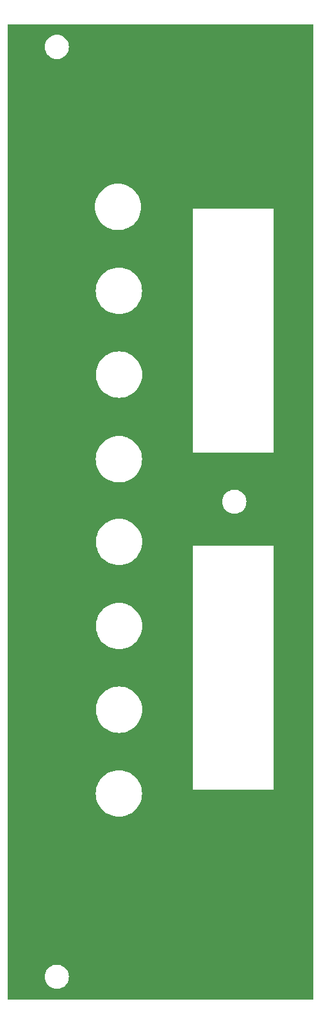
<source format=gbr>
%TF.GenerationSoftware,KiCad,Pcbnew,(7.0.0-0)*%
%TF.CreationDate,2023-04-01T00:14:55-07:00*%
%TF.ProjectId,bussboipanel,62757373-626f-4697-9061-6e656c2e6b69,rev?*%
%TF.SameCoordinates,Original*%
%TF.FileFunction,Copper,L2,Bot*%
%TF.FilePolarity,Positive*%
%FSLAX46Y46*%
G04 Gerber Fmt 4.6, Leading zero omitted, Abs format (unit mm)*
G04 Created by KiCad (PCBNEW (7.0.0-0)) date 2023-04-01 00:14:55*
%MOMM*%
%LPD*%
G01*
G04 APERTURE LIST*
G04 APERTURE END LIST*
%TA.AperFunction,NonConductor*%
G36*
X111063000Y-29480613D02*
G01*
X111108387Y-29526000D01*
X111125000Y-29588000D01*
X111125000Y-157991000D01*
X111108387Y-158053000D01*
X111063000Y-158098387D01*
X111001000Y-158115000D01*
X70863000Y-158115000D01*
X70801000Y-158098387D01*
X70755613Y-158053000D01*
X70739000Y-157991000D01*
X70739000Y-155097141D01*
X75642582Y-155097141D01*
X75662237Y-155346876D01*
X75663372Y-155351605D01*
X75663373Y-155351609D01*
X75719578Y-155585724D01*
X75719580Y-155585732D01*
X75720716Y-155590461D01*
X75816581Y-155821900D01*
X75947471Y-156035492D01*
X75950635Y-156039197D01*
X75950639Y-156039202D01*
X76106995Y-156222271D01*
X76110162Y-156225979D01*
X76113869Y-156229145D01*
X76296938Y-156385501D01*
X76296941Y-156385503D01*
X76300649Y-156388670D01*
X76514241Y-156519560D01*
X76745680Y-156615425D01*
X76989265Y-156673904D01*
X77239000Y-156693559D01*
X77488735Y-156673904D01*
X77732320Y-156615425D01*
X77963759Y-156519560D01*
X78177351Y-156388670D01*
X78367838Y-156225979D01*
X78530529Y-156035492D01*
X78661419Y-155821900D01*
X78757284Y-155590461D01*
X78815763Y-155346876D01*
X78835418Y-155097141D01*
X78815763Y-154847406D01*
X78757284Y-154603821D01*
X78661419Y-154372382D01*
X78530529Y-154158790D01*
X78367838Y-153968303D01*
X78364130Y-153965136D01*
X78181061Y-153808780D01*
X78181056Y-153808776D01*
X78177351Y-153805612D01*
X78173195Y-153803065D01*
X78173192Y-153803063D01*
X77967917Y-153677270D01*
X77967916Y-153677269D01*
X77963759Y-153674722D01*
X77732320Y-153578857D01*
X77727591Y-153577721D01*
X77727583Y-153577719D01*
X77493468Y-153521514D01*
X77493464Y-153521513D01*
X77488735Y-153520378D01*
X77483882Y-153519996D01*
X77243854Y-153501105D01*
X77239000Y-153500723D01*
X77234146Y-153501105D01*
X76994117Y-153519996D01*
X76994115Y-153519996D01*
X76989265Y-153520378D01*
X76984537Y-153521512D01*
X76984531Y-153521514D01*
X76750416Y-153577719D01*
X76750404Y-153577722D01*
X76745680Y-153578857D01*
X76741183Y-153580719D01*
X76741179Y-153580721D01*
X76518745Y-153672856D01*
X76518740Y-153672858D01*
X76514241Y-153674722D01*
X76510088Y-153677266D01*
X76510082Y-153677270D01*
X76304807Y-153803063D01*
X76304798Y-153803069D01*
X76300649Y-153805612D01*
X76296949Y-153808771D01*
X76296938Y-153808780D01*
X76113869Y-153965136D01*
X76113862Y-153965142D01*
X76110162Y-153968303D01*
X76107001Y-153972003D01*
X76106995Y-153972010D01*
X75950639Y-154155079D01*
X75950630Y-154155090D01*
X75947471Y-154158790D01*
X75944928Y-154162939D01*
X75944922Y-154162948D01*
X75819129Y-154368223D01*
X75819125Y-154368229D01*
X75816581Y-154372382D01*
X75720716Y-154603821D01*
X75719581Y-154608545D01*
X75719578Y-154608557D01*
X75663373Y-154842672D01*
X75663371Y-154842678D01*
X75662237Y-154847406D01*
X75642582Y-155097141D01*
X70739000Y-155097141D01*
X70739000Y-130929706D01*
X82384011Y-130929706D01*
X82403243Y-131272157D01*
X82403822Y-131275567D01*
X82403824Y-131275581D01*
X82460113Y-131606875D01*
X82460116Y-131606890D01*
X82460696Y-131610301D01*
X82461654Y-131613628D01*
X82461657Y-131613639D01*
X82554685Y-131936549D01*
X82554688Y-131936559D01*
X82555647Y-131939886D01*
X82686904Y-132256768D01*
X82852815Y-132556961D01*
X83051294Y-132836690D01*
X83279844Y-133092438D01*
X83535592Y-133320988D01*
X83815321Y-133519467D01*
X84115514Y-133685378D01*
X84432396Y-133816635D01*
X84761981Y-133911586D01*
X85100125Y-133969039D01*
X85442576Y-133988271D01*
X85785027Y-133969039D01*
X86123171Y-133911586D01*
X86452756Y-133816635D01*
X86769638Y-133685378D01*
X87069831Y-133519467D01*
X87349560Y-133320988D01*
X87605308Y-133092438D01*
X87833858Y-132836690D01*
X88032337Y-132556961D01*
X88198248Y-132256768D01*
X88329505Y-131939886D01*
X88424456Y-131610301D01*
X88481909Y-131272157D01*
X88501141Y-130929706D01*
X88481909Y-130587255D01*
X88424456Y-130249111D01*
X88329505Y-129919526D01*
X88198248Y-129602644D01*
X88032337Y-129302451D01*
X87833858Y-129022722D01*
X87605308Y-128766974D01*
X87349560Y-128538424D01*
X87069831Y-128339945D01*
X86769638Y-128174034D01*
X86766427Y-128172704D01*
X86766423Y-128172702D01*
X86455963Y-128044105D01*
X86455957Y-128044102D01*
X86452756Y-128042777D01*
X86449429Y-128041818D01*
X86449419Y-128041815D01*
X86126509Y-127948787D01*
X86126498Y-127948784D01*
X86123171Y-127947826D01*
X86119760Y-127947246D01*
X86119745Y-127947243D01*
X85788451Y-127890954D01*
X85788437Y-127890952D01*
X85785027Y-127890373D01*
X85781563Y-127890178D01*
X85781559Y-127890178D01*
X85446048Y-127871336D01*
X85442576Y-127871141D01*
X85439104Y-127871336D01*
X85103592Y-127890178D01*
X85103586Y-127890178D01*
X85100125Y-127890373D01*
X85096716Y-127890952D01*
X85096700Y-127890954D01*
X84765406Y-127947243D01*
X84765387Y-127947247D01*
X84761981Y-127947826D01*
X84758657Y-127948783D01*
X84758642Y-127948787D01*
X84435732Y-128041815D01*
X84435717Y-128041820D01*
X84432396Y-128042777D01*
X84429200Y-128044100D01*
X84429188Y-128044105D01*
X84118728Y-128172702D01*
X84118717Y-128172707D01*
X84115514Y-128174034D01*
X84112475Y-128175713D01*
X84112470Y-128175716D01*
X83818366Y-128338262D01*
X83815321Y-128339945D01*
X83812480Y-128341960D01*
X83812478Y-128341962D01*
X83538438Y-128536404D01*
X83538430Y-128536409D01*
X83535592Y-128538424D01*
X83533003Y-128540737D01*
X83532995Y-128540744D01*
X83282429Y-128764663D01*
X83282420Y-128764671D01*
X83279844Y-128766974D01*
X83277541Y-128769550D01*
X83277533Y-128769559D01*
X83053614Y-129020125D01*
X83053607Y-129020133D01*
X83051294Y-129022722D01*
X83049279Y-129025560D01*
X83049274Y-129025568D01*
X82854832Y-129299608D01*
X82852815Y-129302451D01*
X82686904Y-129602644D01*
X82685577Y-129605847D01*
X82685572Y-129605858D01*
X82556975Y-129916318D01*
X82556970Y-129916330D01*
X82555647Y-129919526D01*
X82554690Y-129922847D01*
X82554685Y-129922862D01*
X82461657Y-130245772D01*
X82461653Y-130245787D01*
X82460696Y-130249111D01*
X82460117Y-130252517D01*
X82460113Y-130252536D01*
X82403824Y-130583830D01*
X82403822Y-130583846D01*
X82403243Y-130587255D01*
X82384011Y-130929706D01*
X70739000Y-130929706D01*
X70739000Y-119880706D01*
X82394576Y-119880706D01*
X82413808Y-120223157D01*
X82414387Y-120226567D01*
X82414389Y-120226581D01*
X82470678Y-120557875D01*
X82470681Y-120557890D01*
X82471261Y-120561301D01*
X82472219Y-120564628D01*
X82472222Y-120564639D01*
X82565250Y-120887549D01*
X82565253Y-120887559D01*
X82566212Y-120890886D01*
X82697469Y-121207768D01*
X82863380Y-121507961D01*
X83061859Y-121787690D01*
X83290409Y-122043438D01*
X83546157Y-122271988D01*
X83825886Y-122470467D01*
X84126079Y-122636378D01*
X84442961Y-122767635D01*
X84772546Y-122862586D01*
X85110690Y-122920039D01*
X85453141Y-122939271D01*
X85795592Y-122920039D01*
X86133736Y-122862586D01*
X86463321Y-122767635D01*
X86780203Y-122636378D01*
X87080396Y-122470467D01*
X87360125Y-122271988D01*
X87615873Y-122043438D01*
X87844423Y-121787690D01*
X88042902Y-121507961D01*
X88208813Y-121207768D01*
X88340070Y-120890886D01*
X88435021Y-120561301D01*
X88492474Y-120223157D01*
X88511706Y-119880706D01*
X88492474Y-119538255D01*
X88435021Y-119200111D01*
X88340070Y-118870526D01*
X88208813Y-118553644D01*
X88042902Y-118253451D01*
X87844423Y-117973722D01*
X87615873Y-117717974D01*
X87360125Y-117489424D01*
X87080396Y-117290945D01*
X86780203Y-117125034D01*
X86776992Y-117123704D01*
X86776988Y-117123702D01*
X86466528Y-116995105D01*
X86466522Y-116995102D01*
X86463321Y-116993777D01*
X86459994Y-116992818D01*
X86459984Y-116992815D01*
X86137074Y-116899787D01*
X86137063Y-116899784D01*
X86133736Y-116898826D01*
X86130325Y-116898246D01*
X86130310Y-116898243D01*
X85799016Y-116841954D01*
X85799002Y-116841952D01*
X85795592Y-116841373D01*
X85792128Y-116841178D01*
X85792124Y-116841178D01*
X85456613Y-116822336D01*
X85453141Y-116822141D01*
X85449669Y-116822336D01*
X85114157Y-116841178D01*
X85114151Y-116841178D01*
X85110690Y-116841373D01*
X85107281Y-116841952D01*
X85107265Y-116841954D01*
X84775971Y-116898243D01*
X84775952Y-116898247D01*
X84772546Y-116898826D01*
X84769222Y-116899783D01*
X84769207Y-116899787D01*
X84446297Y-116992815D01*
X84446282Y-116992820D01*
X84442961Y-116993777D01*
X84439765Y-116995100D01*
X84439753Y-116995105D01*
X84129293Y-117123702D01*
X84129282Y-117123707D01*
X84126079Y-117125034D01*
X84123040Y-117126713D01*
X84123035Y-117126716D01*
X83828931Y-117289262D01*
X83825886Y-117290945D01*
X83823045Y-117292960D01*
X83823043Y-117292962D01*
X83549003Y-117487404D01*
X83548995Y-117487409D01*
X83546157Y-117489424D01*
X83543568Y-117491737D01*
X83543560Y-117491744D01*
X83292994Y-117715663D01*
X83292985Y-117715671D01*
X83290409Y-117717974D01*
X83288106Y-117720550D01*
X83288098Y-117720559D01*
X83064179Y-117971125D01*
X83064172Y-117971133D01*
X83061859Y-117973722D01*
X83059844Y-117976560D01*
X83059839Y-117976568D01*
X82865397Y-118250608D01*
X82863380Y-118253451D01*
X82697469Y-118553644D01*
X82696142Y-118556847D01*
X82696137Y-118556858D01*
X82567540Y-118867318D01*
X82567535Y-118867330D01*
X82566212Y-118870526D01*
X82565255Y-118873847D01*
X82565250Y-118873862D01*
X82472222Y-119196772D01*
X82472218Y-119196787D01*
X82471261Y-119200111D01*
X82470682Y-119203517D01*
X82470678Y-119203536D01*
X82414389Y-119534830D01*
X82414387Y-119534846D01*
X82413808Y-119538255D01*
X82394576Y-119880706D01*
X70739000Y-119880706D01*
X70739000Y-108844000D01*
X82394576Y-108844000D01*
X82413808Y-109186451D01*
X82414387Y-109189861D01*
X82414389Y-109189875D01*
X82470678Y-109521169D01*
X82470681Y-109521184D01*
X82471261Y-109524595D01*
X82472219Y-109527922D01*
X82472222Y-109527933D01*
X82565250Y-109850843D01*
X82565253Y-109850853D01*
X82566212Y-109854180D01*
X82697469Y-110171062D01*
X82863380Y-110471255D01*
X83061859Y-110750984D01*
X83290409Y-111006732D01*
X83546157Y-111235282D01*
X83825886Y-111433761D01*
X84126079Y-111599672D01*
X84442961Y-111730929D01*
X84772546Y-111825880D01*
X85110690Y-111883333D01*
X85453141Y-111902565D01*
X85795592Y-111883333D01*
X86133736Y-111825880D01*
X86463321Y-111730929D01*
X86780203Y-111599672D01*
X87080396Y-111433761D01*
X87360125Y-111235282D01*
X87615873Y-111006732D01*
X87844423Y-110750984D01*
X88042902Y-110471255D01*
X88208813Y-110171062D01*
X88340070Y-109854180D01*
X88435021Y-109524595D01*
X88492474Y-109186451D01*
X88511706Y-108844000D01*
X88492474Y-108501549D01*
X88435021Y-108163405D01*
X88340070Y-107833820D01*
X88208813Y-107516938D01*
X88042902Y-107216745D01*
X87844423Y-106937016D01*
X87615873Y-106681268D01*
X87360125Y-106452718D01*
X87080396Y-106254239D01*
X86780203Y-106088328D01*
X86776992Y-106086998D01*
X86776988Y-106086996D01*
X86466528Y-105958399D01*
X86466522Y-105958396D01*
X86463321Y-105957071D01*
X86459994Y-105956112D01*
X86459984Y-105956109D01*
X86137074Y-105863081D01*
X86137063Y-105863078D01*
X86133736Y-105862120D01*
X86130325Y-105861540D01*
X86130310Y-105861537D01*
X85799016Y-105805248D01*
X85799002Y-105805246D01*
X85795592Y-105804667D01*
X85792128Y-105804472D01*
X85792124Y-105804472D01*
X85456613Y-105785630D01*
X85453141Y-105785435D01*
X85449669Y-105785630D01*
X85114157Y-105804472D01*
X85114151Y-105804472D01*
X85110690Y-105804667D01*
X85107281Y-105805246D01*
X85107265Y-105805248D01*
X84775971Y-105861537D01*
X84775952Y-105861541D01*
X84772546Y-105862120D01*
X84769222Y-105863077D01*
X84769207Y-105863081D01*
X84446297Y-105956109D01*
X84446282Y-105956114D01*
X84442961Y-105957071D01*
X84439765Y-105958394D01*
X84439753Y-105958399D01*
X84129293Y-106086996D01*
X84129282Y-106087001D01*
X84126079Y-106088328D01*
X84123040Y-106090007D01*
X84123035Y-106090010D01*
X83828931Y-106252556D01*
X83825886Y-106254239D01*
X83823045Y-106256254D01*
X83823043Y-106256256D01*
X83549003Y-106450698D01*
X83548995Y-106450703D01*
X83546157Y-106452718D01*
X83543568Y-106455031D01*
X83543560Y-106455038D01*
X83292994Y-106678957D01*
X83292985Y-106678965D01*
X83290409Y-106681268D01*
X83288106Y-106683844D01*
X83288098Y-106683853D01*
X83064179Y-106934419D01*
X83064172Y-106934427D01*
X83061859Y-106937016D01*
X83059844Y-106939854D01*
X83059839Y-106939862D01*
X82865397Y-107213902D01*
X82863380Y-107216745D01*
X82697469Y-107516938D01*
X82696142Y-107520141D01*
X82696137Y-107520152D01*
X82567540Y-107830612D01*
X82567535Y-107830624D01*
X82566212Y-107833820D01*
X82565255Y-107837141D01*
X82565250Y-107837156D01*
X82472222Y-108160066D01*
X82472218Y-108160081D01*
X82471261Y-108163405D01*
X82470682Y-108166811D01*
X82470678Y-108166830D01*
X82414389Y-108498124D01*
X82414387Y-108498140D01*
X82413808Y-108501549D01*
X82394576Y-108844000D01*
X70739000Y-108844000D01*
X70739000Y-97761576D01*
X82394576Y-97761576D01*
X82413808Y-98104027D01*
X82414387Y-98107437D01*
X82414389Y-98107451D01*
X82470678Y-98438745D01*
X82470681Y-98438760D01*
X82471261Y-98442171D01*
X82472219Y-98445498D01*
X82472222Y-98445509D01*
X82565250Y-98768419D01*
X82565253Y-98768429D01*
X82566212Y-98771756D01*
X82697469Y-99088638D01*
X82863380Y-99388831D01*
X83061859Y-99668560D01*
X83290409Y-99924308D01*
X83546157Y-100152858D01*
X83825886Y-100351337D01*
X84126079Y-100517248D01*
X84442961Y-100648505D01*
X84772546Y-100743456D01*
X85110690Y-100800909D01*
X85453141Y-100820141D01*
X85795592Y-100800909D01*
X86133736Y-100743456D01*
X86463321Y-100648505D01*
X86780203Y-100517248D01*
X87080396Y-100351337D01*
X87360125Y-100152858D01*
X87615873Y-99924308D01*
X87844423Y-99668560D01*
X88042902Y-99388831D01*
X88208813Y-99088638D01*
X88340070Y-98771756D01*
X88435021Y-98442171D01*
X88462551Y-98280141D01*
X95232141Y-98280141D01*
X95232141Y-130411141D01*
X105883815Y-130411141D01*
X105900141Y-130411141D01*
X105900141Y-98280141D01*
X95232141Y-98280141D01*
X88462551Y-98280141D01*
X88492474Y-98104027D01*
X88511706Y-97761576D01*
X88492474Y-97419125D01*
X88435021Y-97080981D01*
X88340070Y-96751396D01*
X88208813Y-96434514D01*
X88042902Y-96134321D01*
X87844423Y-95854592D01*
X87615873Y-95598844D01*
X87360125Y-95370294D01*
X87080396Y-95171815D01*
X86780203Y-95005904D01*
X86776992Y-95004574D01*
X86776988Y-95004572D01*
X86466528Y-94875975D01*
X86466522Y-94875972D01*
X86463321Y-94874647D01*
X86459994Y-94873688D01*
X86459984Y-94873685D01*
X86137074Y-94780657D01*
X86137063Y-94780654D01*
X86133736Y-94779696D01*
X86130325Y-94779116D01*
X86130310Y-94779113D01*
X85799016Y-94722824D01*
X85799002Y-94722822D01*
X85795592Y-94722243D01*
X85792128Y-94722048D01*
X85792124Y-94722048D01*
X85456613Y-94703206D01*
X85453141Y-94703011D01*
X85449669Y-94703206D01*
X85114157Y-94722048D01*
X85114151Y-94722048D01*
X85110690Y-94722243D01*
X85107281Y-94722822D01*
X85107265Y-94722824D01*
X84775971Y-94779113D01*
X84775952Y-94779117D01*
X84772546Y-94779696D01*
X84769222Y-94780653D01*
X84769207Y-94780657D01*
X84446297Y-94873685D01*
X84446282Y-94873690D01*
X84442961Y-94874647D01*
X84439765Y-94875970D01*
X84439753Y-94875975D01*
X84129293Y-95004572D01*
X84129282Y-95004577D01*
X84126079Y-95005904D01*
X84123040Y-95007583D01*
X84123035Y-95007586D01*
X83828931Y-95170132D01*
X83825886Y-95171815D01*
X83823045Y-95173830D01*
X83823043Y-95173832D01*
X83549003Y-95368274D01*
X83548995Y-95368279D01*
X83546157Y-95370294D01*
X83543568Y-95372607D01*
X83543560Y-95372614D01*
X83292994Y-95596533D01*
X83292985Y-95596541D01*
X83290409Y-95598844D01*
X83288106Y-95601420D01*
X83288098Y-95601429D01*
X83064179Y-95851995D01*
X83064172Y-95852003D01*
X83061859Y-95854592D01*
X83059844Y-95857430D01*
X83059839Y-95857438D01*
X82865397Y-96131478D01*
X82863380Y-96134321D01*
X82697469Y-96434514D01*
X82696142Y-96437717D01*
X82696137Y-96437728D01*
X82567540Y-96748188D01*
X82567535Y-96748200D01*
X82566212Y-96751396D01*
X82565255Y-96754717D01*
X82565250Y-96754732D01*
X82472222Y-97077642D01*
X82472218Y-97077657D01*
X82471261Y-97080981D01*
X82470682Y-97084387D01*
X82470678Y-97084406D01*
X82414389Y-97415700D01*
X82414387Y-97415716D01*
X82413808Y-97419125D01*
X82394576Y-97761576D01*
X70739000Y-97761576D01*
X70739000Y-92448706D01*
X99096723Y-92448706D01*
X99116378Y-92698441D01*
X99117513Y-92703170D01*
X99117514Y-92703174D01*
X99173719Y-92937289D01*
X99173721Y-92937297D01*
X99174857Y-92942026D01*
X99270722Y-93173465D01*
X99401612Y-93387057D01*
X99404776Y-93390762D01*
X99404780Y-93390767D01*
X99561136Y-93573836D01*
X99564303Y-93577544D01*
X99568010Y-93580710D01*
X99751079Y-93737066D01*
X99751082Y-93737068D01*
X99754790Y-93740235D01*
X99968382Y-93871125D01*
X100199821Y-93966990D01*
X100443406Y-94025469D01*
X100693141Y-94045124D01*
X100942876Y-94025469D01*
X101186461Y-93966990D01*
X101417900Y-93871125D01*
X101631492Y-93740235D01*
X101821979Y-93577544D01*
X101984670Y-93387057D01*
X102115560Y-93173465D01*
X102211425Y-92942026D01*
X102269904Y-92698441D01*
X102289559Y-92448706D01*
X102269904Y-92198971D01*
X102211425Y-91955386D01*
X102115560Y-91723947D01*
X101984670Y-91510355D01*
X101821979Y-91319868D01*
X101818271Y-91316701D01*
X101635202Y-91160345D01*
X101635197Y-91160341D01*
X101631492Y-91157177D01*
X101627336Y-91154630D01*
X101627333Y-91154628D01*
X101422058Y-91028835D01*
X101422057Y-91028834D01*
X101417900Y-91026287D01*
X101186461Y-90930422D01*
X101181732Y-90929286D01*
X101181724Y-90929284D01*
X100947609Y-90873079D01*
X100947605Y-90873078D01*
X100942876Y-90871943D01*
X100938023Y-90871561D01*
X100697995Y-90852670D01*
X100693141Y-90852288D01*
X100688287Y-90852670D01*
X100448258Y-90871561D01*
X100448256Y-90871561D01*
X100443406Y-90871943D01*
X100438678Y-90873077D01*
X100438672Y-90873079D01*
X100204557Y-90929284D01*
X100204545Y-90929287D01*
X100199821Y-90930422D01*
X100195324Y-90932284D01*
X100195320Y-90932286D01*
X99972886Y-91024421D01*
X99972881Y-91024423D01*
X99968382Y-91026287D01*
X99964229Y-91028831D01*
X99964223Y-91028835D01*
X99758948Y-91154628D01*
X99758939Y-91154634D01*
X99754790Y-91157177D01*
X99751090Y-91160336D01*
X99751079Y-91160345D01*
X99568010Y-91316701D01*
X99568003Y-91316707D01*
X99564303Y-91319868D01*
X99561142Y-91323568D01*
X99561136Y-91323575D01*
X99404780Y-91506644D01*
X99404771Y-91506655D01*
X99401612Y-91510355D01*
X99399069Y-91514504D01*
X99399063Y-91514513D01*
X99273270Y-91719788D01*
X99273266Y-91719794D01*
X99270722Y-91723947D01*
X99174857Y-91955386D01*
X99173722Y-91960110D01*
X99173719Y-91960122D01*
X99117514Y-92194237D01*
X99117512Y-92194243D01*
X99116378Y-92198971D01*
X99096723Y-92448706D01*
X70739000Y-92448706D01*
X70739000Y-86850141D01*
X82384011Y-86850141D01*
X82403243Y-87192592D01*
X82403822Y-87196002D01*
X82403824Y-87196016D01*
X82460113Y-87527310D01*
X82460116Y-87527325D01*
X82460696Y-87530736D01*
X82461654Y-87534063D01*
X82461657Y-87534074D01*
X82554685Y-87856984D01*
X82554688Y-87856994D01*
X82555647Y-87860321D01*
X82686904Y-88177203D01*
X82852815Y-88477396D01*
X83051294Y-88757125D01*
X83279844Y-89012873D01*
X83535592Y-89241423D01*
X83815321Y-89439902D01*
X84115514Y-89605813D01*
X84432396Y-89737070D01*
X84761981Y-89832021D01*
X85100125Y-89889474D01*
X85442576Y-89908706D01*
X85785027Y-89889474D01*
X86123171Y-89832021D01*
X86452756Y-89737070D01*
X86769638Y-89605813D01*
X87069831Y-89439902D01*
X87349560Y-89241423D01*
X87605308Y-89012873D01*
X87833858Y-88757125D01*
X88032337Y-88477396D01*
X88198248Y-88177203D01*
X88329505Y-87860321D01*
X88424456Y-87530736D01*
X88481909Y-87192592D01*
X88501141Y-86850141D01*
X88481909Y-86507690D01*
X88424456Y-86169546D01*
X88329505Y-85839961D01*
X88198248Y-85523079D01*
X88032337Y-85222886D01*
X87833858Y-84943157D01*
X87605308Y-84687409D01*
X87349560Y-84458859D01*
X87069831Y-84260380D01*
X86769638Y-84094469D01*
X86766427Y-84093139D01*
X86766423Y-84093137D01*
X86455963Y-83964540D01*
X86455957Y-83964537D01*
X86452756Y-83963212D01*
X86449429Y-83962253D01*
X86449419Y-83962250D01*
X86126509Y-83869222D01*
X86126498Y-83869219D01*
X86123171Y-83868261D01*
X86119760Y-83867681D01*
X86119745Y-83867678D01*
X85788451Y-83811389D01*
X85788437Y-83811387D01*
X85785027Y-83810808D01*
X85781563Y-83810613D01*
X85781559Y-83810613D01*
X85446048Y-83791771D01*
X85442576Y-83791576D01*
X85439104Y-83791771D01*
X85103592Y-83810613D01*
X85103586Y-83810613D01*
X85100125Y-83810808D01*
X85096716Y-83811387D01*
X85096700Y-83811389D01*
X84765406Y-83867678D01*
X84765387Y-83867682D01*
X84761981Y-83868261D01*
X84758657Y-83869218D01*
X84758642Y-83869222D01*
X84435732Y-83962250D01*
X84435717Y-83962255D01*
X84432396Y-83963212D01*
X84429200Y-83964535D01*
X84429188Y-83964540D01*
X84118728Y-84093137D01*
X84118717Y-84093142D01*
X84115514Y-84094469D01*
X84112475Y-84096148D01*
X84112470Y-84096151D01*
X83818366Y-84258697D01*
X83815321Y-84260380D01*
X83812480Y-84262395D01*
X83812478Y-84262397D01*
X83538438Y-84456839D01*
X83538430Y-84456844D01*
X83535592Y-84458859D01*
X83533003Y-84461172D01*
X83532995Y-84461179D01*
X83282429Y-84685098D01*
X83282420Y-84685106D01*
X83279844Y-84687409D01*
X83277541Y-84689985D01*
X83277533Y-84689994D01*
X83053614Y-84940560D01*
X83053607Y-84940568D01*
X83051294Y-84943157D01*
X83049279Y-84945995D01*
X83049274Y-84946003D01*
X82854832Y-85220043D01*
X82852815Y-85222886D01*
X82686904Y-85523079D01*
X82685577Y-85526282D01*
X82685572Y-85526293D01*
X82556975Y-85836753D01*
X82556970Y-85836765D01*
X82555647Y-85839961D01*
X82554690Y-85843282D01*
X82554685Y-85843297D01*
X82461657Y-86166207D01*
X82461653Y-86166222D01*
X82460696Y-86169546D01*
X82460117Y-86172952D01*
X82460113Y-86172971D01*
X82403824Y-86504265D01*
X82403822Y-86504281D01*
X82403243Y-86507690D01*
X82384011Y-86850141D01*
X70739000Y-86850141D01*
X70739000Y-75694000D01*
X82394576Y-75694000D01*
X82413808Y-76036451D01*
X82414387Y-76039861D01*
X82414389Y-76039875D01*
X82470678Y-76371169D01*
X82470681Y-76371184D01*
X82471261Y-76374595D01*
X82472219Y-76377922D01*
X82472222Y-76377933D01*
X82565250Y-76700843D01*
X82565253Y-76700853D01*
X82566212Y-76704180D01*
X82697469Y-77021062D01*
X82863380Y-77321255D01*
X83061859Y-77600984D01*
X83290409Y-77856732D01*
X83546157Y-78085282D01*
X83825886Y-78283761D01*
X84126079Y-78449672D01*
X84442961Y-78580929D01*
X84772546Y-78675880D01*
X85110690Y-78733333D01*
X85453141Y-78752565D01*
X85795592Y-78733333D01*
X86133736Y-78675880D01*
X86463321Y-78580929D01*
X86780203Y-78449672D01*
X87080396Y-78283761D01*
X87360125Y-78085282D01*
X87615873Y-77856732D01*
X87844423Y-77600984D01*
X88042902Y-77321255D01*
X88208813Y-77021062D01*
X88340070Y-76704180D01*
X88435021Y-76374595D01*
X88492474Y-76036451D01*
X88511706Y-75694000D01*
X88492474Y-75351549D01*
X88435021Y-75013405D01*
X88340070Y-74683820D01*
X88208813Y-74366938D01*
X88042902Y-74066745D01*
X87844423Y-73787016D01*
X87615873Y-73531268D01*
X87360125Y-73302718D01*
X87080396Y-73104239D01*
X86780203Y-72938328D01*
X86776992Y-72936998D01*
X86776988Y-72936996D01*
X86466528Y-72808399D01*
X86466522Y-72808396D01*
X86463321Y-72807071D01*
X86459994Y-72806112D01*
X86459984Y-72806109D01*
X86137074Y-72713081D01*
X86137063Y-72713078D01*
X86133736Y-72712120D01*
X86130325Y-72711540D01*
X86130310Y-72711537D01*
X85799016Y-72655248D01*
X85799002Y-72655246D01*
X85795592Y-72654667D01*
X85792128Y-72654472D01*
X85792124Y-72654472D01*
X85456613Y-72635630D01*
X85453141Y-72635435D01*
X85449669Y-72635630D01*
X85114157Y-72654472D01*
X85114151Y-72654472D01*
X85110690Y-72654667D01*
X85107281Y-72655246D01*
X85107265Y-72655248D01*
X84775971Y-72711537D01*
X84775952Y-72711541D01*
X84772546Y-72712120D01*
X84769222Y-72713077D01*
X84769207Y-72713081D01*
X84446297Y-72806109D01*
X84446282Y-72806114D01*
X84442961Y-72807071D01*
X84439765Y-72808394D01*
X84439753Y-72808399D01*
X84129293Y-72936996D01*
X84129282Y-72937001D01*
X84126079Y-72938328D01*
X84123040Y-72940007D01*
X84123035Y-72940010D01*
X83828931Y-73102556D01*
X83825886Y-73104239D01*
X83823045Y-73106254D01*
X83823043Y-73106256D01*
X83549003Y-73300698D01*
X83548995Y-73300703D01*
X83546157Y-73302718D01*
X83543568Y-73305031D01*
X83543560Y-73305038D01*
X83292994Y-73528957D01*
X83292985Y-73528965D01*
X83290409Y-73531268D01*
X83288106Y-73533844D01*
X83288098Y-73533853D01*
X83064179Y-73784419D01*
X83064172Y-73784427D01*
X83061859Y-73787016D01*
X83059844Y-73789854D01*
X83059839Y-73789862D01*
X82865397Y-74063902D01*
X82863380Y-74066745D01*
X82697469Y-74366938D01*
X82696142Y-74370141D01*
X82696137Y-74370152D01*
X82567540Y-74680612D01*
X82567535Y-74680624D01*
X82566212Y-74683820D01*
X82565255Y-74687141D01*
X82565250Y-74687156D01*
X82472222Y-75010066D01*
X82472218Y-75010081D01*
X82471261Y-75013405D01*
X82470682Y-75016811D01*
X82470678Y-75016830D01*
X82414389Y-75348124D01*
X82414387Y-75348140D01*
X82413808Y-75351549D01*
X82394576Y-75694000D01*
X70739000Y-75694000D01*
X70739000Y-64644000D01*
X82384011Y-64644000D01*
X82403243Y-64986451D01*
X82403822Y-64989861D01*
X82403824Y-64989875D01*
X82460113Y-65321169D01*
X82460116Y-65321184D01*
X82460696Y-65324595D01*
X82461654Y-65327922D01*
X82461657Y-65327933D01*
X82554685Y-65650843D01*
X82554688Y-65650853D01*
X82555647Y-65654180D01*
X82686904Y-65971062D01*
X82852815Y-66271255D01*
X83051294Y-66550984D01*
X83279844Y-66806732D01*
X83535592Y-67035282D01*
X83815321Y-67233761D01*
X84115514Y-67399672D01*
X84432396Y-67530929D01*
X84761981Y-67625880D01*
X85100125Y-67683333D01*
X85442576Y-67702565D01*
X85785027Y-67683333D01*
X86123171Y-67625880D01*
X86452756Y-67530929D01*
X86769638Y-67399672D01*
X87069831Y-67233761D01*
X87349560Y-67035282D01*
X87605308Y-66806732D01*
X87833858Y-66550984D01*
X88032337Y-66271255D01*
X88198248Y-65971062D01*
X88329505Y-65654180D01*
X88424456Y-65324595D01*
X88481909Y-64986451D01*
X88501141Y-64644000D01*
X88481909Y-64301549D01*
X88424456Y-63963405D01*
X88329505Y-63633820D01*
X88198248Y-63316938D01*
X88032337Y-63016745D01*
X87833858Y-62737016D01*
X87605308Y-62481268D01*
X87349560Y-62252718D01*
X87069831Y-62054239D01*
X86769638Y-61888328D01*
X86766427Y-61886998D01*
X86766423Y-61886996D01*
X86455963Y-61758399D01*
X86455957Y-61758396D01*
X86452756Y-61757071D01*
X86449429Y-61756112D01*
X86449419Y-61756109D01*
X86126509Y-61663081D01*
X86126498Y-61663078D01*
X86123171Y-61662120D01*
X86119760Y-61661540D01*
X86119745Y-61661537D01*
X85788451Y-61605248D01*
X85788437Y-61605246D01*
X85785027Y-61604667D01*
X85781563Y-61604472D01*
X85781559Y-61604472D01*
X85446048Y-61585630D01*
X85442576Y-61585435D01*
X85439104Y-61585630D01*
X85103592Y-61604472D01*
X85103586Y-61604472D01*
X85100125Y-61604667D01*
X85096716Y-61605246D01*
X85096700Y-61605248D01*
X84765406Y-61661537D01*
X84765387Y-61661541D01*
X84761981Y-61662120D01*
X84758657Y-61663077D01*
X84758642Y-61663081D01*
X84435732Y-61756109D01*
X84435717Y-61756114D01*
X84432396Y-61757071D01*
X84429200Y-61758394D01*
X84429188Y-61758399D01*
X84118728Y-61886996D01*
X84118717Y-61887001D01*
X84115514Y-61888328D01*
X84112475Y-61890007D01*
X84112470Y-61890010D01*
X83818366Y-62052556D01*
X83815321Y-62054239D01*
X83812480Y-62056254D01*
X83812478Y-62056256D01*
X83538438Y-62250698D01*
X83538430Y-62250703D01*
X83535592Y-62252718D01*
X83533003Y-62255031D01*
X83532995Y-62255038D01*
X83282429Y-62478957D01*
X83282420Y-62478965D01*
X83279844Y-62481268D01*
X83277541Y-62483844D01*
X83277533Y-62483853D01*
X83053614Y-62734419D01*
X83053607Y-62734427D01*
X83051294Y-62737016D01*
X83049279Y-62739854D01*
X83049274Y-62739862D01*
X82854832Y-63013902D01*
X82852815Y-63016745D01*
X82686904Y-63316938D01*
X82685577Y-63320141D01*
X82685572Y-63320152D01*
X82556975Y-63630612D01*
X82556970Y-63630624D01*
X82555647Y-63633820D01*
X82554690Y-63637141D01*
X82554685Y-63637156D01*
X82461657Y-63960066D01*
X82461653Y-63960081D01*
X82460696Y-63963405D01*
X82460117Y-63966811D01*
X82460113Y-63966830D01*
X82403824Y-64298124D01*
X82403822Y-64298140D01*
X82403243Y-64301549D01*
X82384011Y-64644000D01*
X70739000Y-64644000D01*
X70739000Y-53576141D01*
X82257011Y-53576141D01*
X82257206Y-53579613D01*
X82271275Y-53830141D01*
X82276243Y-53918592D01*
X82276822Y-53922002D01*
X82276824Y-53922016D01*
X82333113Y-54253310D01*
X82333116Y-54253325D01*
X82333696Y-54256736D01*
X82334654Y-54260063D01*
X82334657Y-54260074D01*
X82427685Y-54582984D01*
X82427688Y-54582994D01*
X82428647Y-54586321D01*
X82559904Y-54903203D01*
X82725815Y-55203396D01*
X82924294Y-55483125D01*
X83152844Y-55738873D01*
X83408592Y-55967423D01*
X83688321Y-56165902D01*
X83988514Y-56331813D01*
X84305396Y-56463070D01*
X84634981Y-56558021D01*
X84973125Y-56615474D01*
X85315576Y-56634706D01*
X85658027Y-56615474D01*
X85996171Y-56558021D01*
X86325756Y-56463070D01*
X86642638Y-56331813D01*
X86942831Y-56165902D01*
X87222560Y-55967423D01*
X87478308Y-55738873D01*
X87706858Y-55483125D01*
X87905337Y-55203396D01*
X88071248Y-54903203D01*
X88202505Y-54586321D01*
X88297456Y-54256736D01*
X88354909Y-53918592D01*
X88359876Y-53830141D01*
X95232141Y-53830141D01*
X95232141Y-85961141D01*
X105883815Y-85961141D01*
X105900141Y-85961141D01*
X105900141Y-53830141D01*
X95232141Y-53830141D01*
X88359876Y-53830141D01*
X88374141Y-53576141D01*
X88354909Y-53233690D01*
X88297456Y-52895546D01*
X88202505Y-52565961D01*
X88071248Y-52249079D01*
X87905337Y-51948886D01*
X87706858Y-51669157D01*
X87478308Y-51413409D01*
X87222560Y-51184859D01*
X86942831Y-50986380D01*
X86642638Y-50820469D01*
X86639427Y-50819139D01*
X86639423Y-50819137D01*
X86328963Y-50690540D01*
X86328957Y-50690537D01*
X86325756Y-50689212D01*
X86322429Y-50688253D01*
X86322419Y-50688250D01*
X85999509Y-50595222D01*
X85999498Y-50595219D01*
X85996171Y-50594261D01*
X85992760Y-50593681D01*
X85992745Y-50593678D01*
X85661451Y-50537389D01*
X85661437Y-50537387D01*
X85658027Y-50536808D01*
X85654563Y-50536613D01*
X85654559Y-50536613D01*
X85319048Y-50517771D01*
X85315576Y-50517576D01*
X85312104Y-50517771D01*
X84976592Y-50536613D01*
X84976586Y-50536613D01*
X84973125Y-50536808D01*
X84969716Y-50537387D01*
X84969700Y-50537389D01*
X84638406Y-50593678D01*
X84638387Y-50593682D01*
X84634981Y-50594261D01*
X84631657Y-50595218D01*
X84631642Y-50595222D01*
X84308732Y-50688250D01*
X84308717Y-50688255D01*
X84305396Y-50689212D01*
X84302200Y-50690535D01*
X84302188Y-50690540D01*
X83991728Y-50819137D01*
X83991717Y-50819142D01*
X83988514Y-50820469D01*
X83985475Y-50822148D01*
X83985470Y-50822151D01*
X83691366Y-50984697D01*
X83688321Y-50986380D01*
X83685480Y-50988395D01*
X83685478Y-50988397D01*
X83411438Y-51182839D01*
X83411430Y-51182844D01*
X83408592Y-51184859D01*
X83406003Y-51187172D01*
X83405995Y-51187179D01*
X83155429Y-51411098D01*
X83155420Y-51411106D01*
X83152844Y-51413409D01*
X83150541Y-51415985D01*
X83150533Y-51415994D01*
X82926614Y-51666560D01*
X82926607Y-51666568D01*
X82924294Y-51669157D01*
X82922279Y-51671995D01*
X82922274Y-51672003D01*
X82727832Y-51946043D01*
X82725815Y-51948886D01*
X82559904Y-52249079D01*
X82558577Y-52252282D01*
X82558572Y-52252293D01*
X82429975Y-52562753D01*
X82429970Y-52562765D01*
X82428647Y-52565961D01*
X82427690Y-52569282D01*
X82427685Y-52569297D01*
X82334657Y-52892207D01*
X82334653Y-52892222D01*
X82333696Y-52895546D01*
X82333117Y-52898952D01*
X82333113Y-52898971D01*
X82276824Y-53230265D01*
X82276822Y-53230281D01*
X82276243Y-53233690D01*
X82257011Y-53576141D01*
X70739000Y-53576141D01*
X70739000Y-32464000D01*
X75642582Y-32464000D01*
X75662237Y-32713735D01*
X75663372Y-32718464D01*
X75663373Y-32718468D01*
X75719578Y-32952583D01*
X75719580Y-32952591D01*
X75720716Y-32957320D01*
X75816581Y-33188759D01*
X75947471Y-33402351D01*
X75950635Y-33406056D01*
X75950639Y-33406061D01*
X76106995Y-33589130D01*
X76110162Y-33592838D01*
X76113869Y-33596004D01*
X76296938Y-33752360D01*
X76296941Y-33752362D01*
X76300649Y-33755529D01*
X76514241Y-33886419D01*
X76745680Y-33982284D01*
X76989265Y-34040763D01*
X77239000Y-34060418D01*
X77488735Y-34040763D01*
X77732320Y-33982284D01*
X77963759Y-33886419D01*
X78177351Y-33755529D01*
X78367838Y-33592838D01*
X78530529Y-33402351D01*
X78661419Y-33188759D01*
X78757284Y-32957320D01*
X78815763Y-32713735D01*
X78835418Y-32464000D01*
X78815763Y-32214265D01*
X78757284Y-31970680D01*
X78661419Y-31739241D01*
X78530529Y-31525649D01*
X78367838Y-31335162D01*
X78364130Y-31331995D01*
X78181061Y-31175639D01*
X78181056Y-31175635D01*
X78177351Y-31172471D01*
X78173195Y-31169924D01*
X78173192Y-31169922D01*
X77967917Y-31044129D01*
X77967916Y-31044128D01*
X77963759Y-31041581D01*
X77732320Y-30945716D01*
X77727591Y-30944580D01*
X77727583Y-30944578D01*
X77493468Y-30888373D01*
X77493464Y-30888372D01*
X77488735Y-30887237D01*
X77483882Y-30886855D01*
X77243854Y-30867964D01*
X77239000Y-30867582D01*
X77234146Y-30867964D01*
X76994117Y-30886855D01*
X76994115Y-30886855D01*
X76989265Y-30887237D01*
X76984537Y-30888371D01*
X76984531Y-30888373D01*
X76750416Y-30944578D01*
X76750404Y-30944581D01*
X76745680Y-30945716D01*
X76741183Y-30947578D01*
X76741179Y-30947580D01*
X76518745Y-31039715D01*
X76518740Y-31039717D01*
X76514241Y-31041581D01*
X76510088Y-31044125D01*
X76510082Y-31044129D01*
X76304807Y-31169922D01*
X76304798Y-31169928D01*
X76300649Y-31172471D01*
X76296949Y-31175630D01*
X76296938Y-31175639D01*
X76113869Y-31331995D01*
X76113862Y-31332001D01*
X76110162Y-31335162D01*
X76107001Y-31338862D01*
X76106995Y-31338869D01*
X75950639Y-31521938D01*
X75950630Y-31521949D01*
X75947471Y-31525649D01*
X75944928Y-31529798D01*
X75944922Y-31529807D01*
X75819129Y-31735082D01*
X75819125Y-31735088D01*
X75816581Y-31739241D01*
X75720716Y-31970680D01*
X75719581Y-31975404D01*
X75719578Y-31975416D01*
X75663373Y-32209531D01*
X75663371Y-32209537D01*
X75662237Y-32214265D01*
X75642582Y-32464000D01*
X70739000Y-32464000D01*
X70739000Y-29588000D01*
X70755613Y-29526000D01*
X70801000Y-29480613D01*
X70863000Y-29464000D01*
X111001000Y-29464000D01*
X111063000Y-29480613D01*
G37*
%TD.AperFunction*%
M02*

</source>
